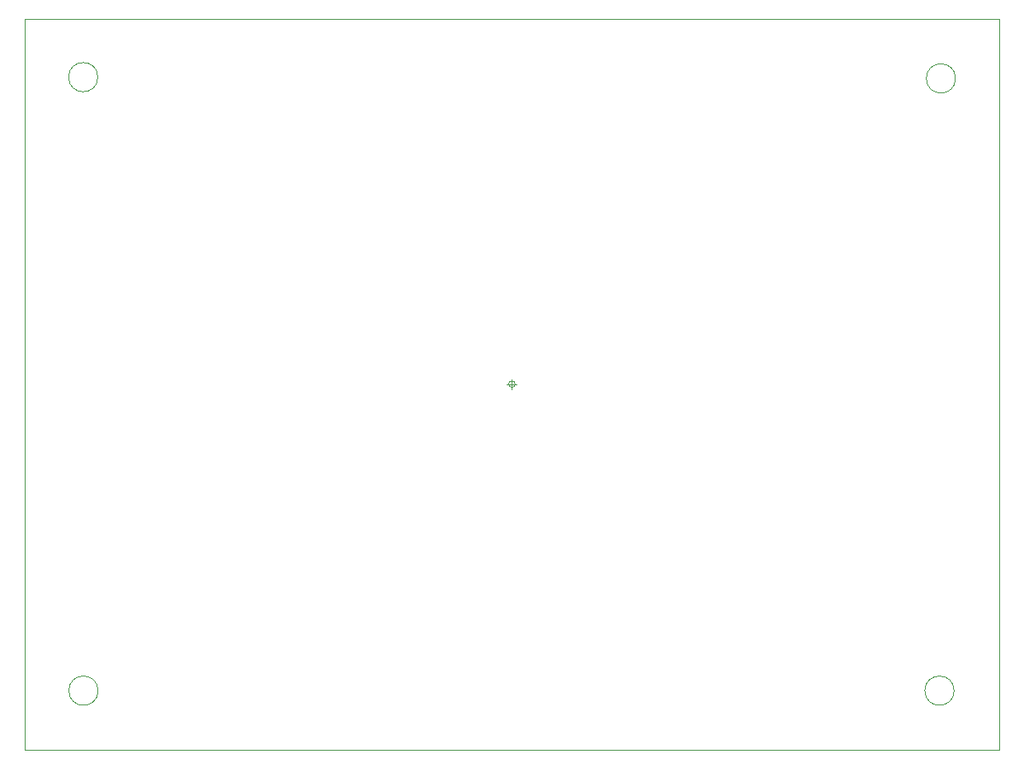
<source format=gbr>
%TF.GenerationSoftware,KiCad,Pcbnew,5.1.10*%
%TF.CreationDate,2021-07-27T03:07:11+02:00*%
%TF.ProjectId,OFICINA-TELE-ENCHUFES-INTERFAZ,4f464943-494e-4412-9d54-454c452d454e,rev?*%
%TF.SameCoordinates,Original*%
%TF.FileFunction,Profile,NP*%
%FSLAX46Y46*%
G04 Gerber Fmt 4.6, Leading zero omitted, Abs format (unit mm)*
G04 Created by KiCad (PCBNEW 5.1.10) date 2021-07-27 03:07:11*
%MOMM*%
%LPD*%
G01*
G04 APERTURE LIST*
%TA.AperFunction,Profile*%
%ADD10C,0.100000*%
%TD*%
%TA.AperFunction,Profile*%
%ADD11C,0.050000*%
%TD*%
G04 APERTURE END LIST*
D10*
X151763769Y-94520000D02*
G75*
G03*
X151763769Y-94520000I-333333J0D01*
G01*
X150930436Y-94520000D02*
X151930436Y-94520000D01*
X151430436Y-94020000D02*
X151430436Y-95020000D01*
D11*
X196802000Y-125984000D02*
G75*
G03*
X196802000Y-125984000I-1500000J0D01*
G01*
X108966000Y-125984000D02*
G75*
G03*
X108966000Y-125984000I-1500000J0D01*
G01*
X196953000Y-63143000D02*
G75*
G03*
X196953000Y-63143000I-1500000J0D01*
G01*
X108942000Y-63016000D02*
G75*
G03*
X108942000Y-63016000I-1500000J0D01*
G01*
X101430000Y-57020000D02*
X101430000Y-132020000D01*
X201430000Y-132020000D02*
X101430000Y-132020000D01*
X201430000Y-57020000D02*
X201430000Y-132020000D01*
X101430000Y-57020000D02*
X201430000Y-57020000D01*
M02*

</source>
